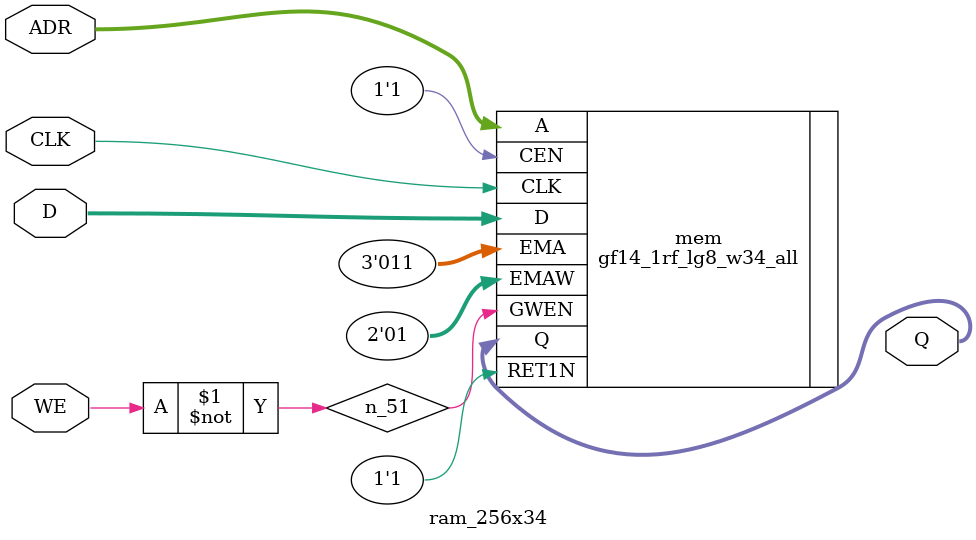
<source format=v>
module ram_2048x39(CLK, ADR, D, Q, WE);
  input CLK, WE;
  input [10:0] ADR;
  input [38:0] D;
  output [38:0] Q;
  wire CLK, WE;
  wire [10:0] ADR;
  wire [38:0] D;
  wire [38:0] Q;
  wire [39:0] Q_int;
  wire n_21;
  gf14_1rf_lg11_w40_all mem(.CLK (CLK), .Q ({Q_int[39], Q}), .CEN
       (1'b1), .GWEN (n_21), .A (ADR), .D ({1'b0, D}), .EMA (3'b011),
       .EMAW (2'b01), .RET1N (1'b1));
  assign n_21 = ~(WE);
endmodule

module ram_64x21(CLK, ADR, D, Q, WE);
  input CLK, WE;
  input [5:0] ADR;
  input [20:0] D;
  output [20:0] Q;
  wire CLK, WE;
  wire [5:0] ADR;
  wire [20:0] D;
  wire [20:0] Q;
  wire [21:0] Q_int;
  wire n_16;
  gf14_1rf_lg6_w22_all mem(.CLK (CLK), .Q ({Q_int[21], Q}), .CEN
       (1'b1), .GWEN (n_16), .A (ADR), .D ({1'b0, D}), .EMA (3'b011),
       .EMAW (2'b01), .RET1N (1'b1));
  assign n_16 = ~(WE);
endmodule

module ram_256x34(CLK, ADR, D, Q, WE);
  input CLK, WE;
  input [7:0] ADR;
  input [33:0] D;
  output [33:0] Q;
  wire CLK, WE;
  wire [7:0] ADR;
  wire [33:0] D;
  wire [33:0] Q;
  wire n_51;
  gf14_1rf_lg8_w34_all mem(.CLK (CLK), .Q (Q), .CEN (1'b1), .GWEN
       (n_51), .A (ADR), .D (D), .EMA (3'b011), .EMAW (2'b01), .RET1N
       (1'b1));
  assign n_51 = ~(WE);
endmodule

</source>
